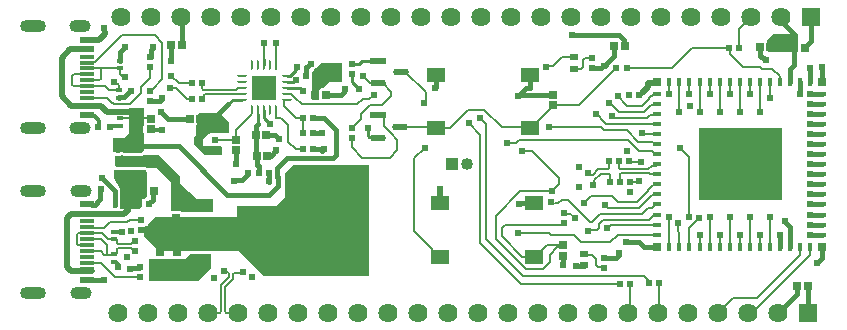
<source format=gtl>
G04*
G04 #@! TF.GenerationSoftware,Altium Limited,Altium Designer,24.5.2 (23)*
G04*
G04 Layer_Physical_Order=1*
G04 Layer_Color=255*
%FSLAX25Y25*%
%MOIN*%
G70*
G04*
G04 #@! TF.SameCoordinates,906D8F54-8257-410E-A491-0C3AE59FFD44*
G04*
G04*
G04 #@! TF.FilePolarity,Positive*
G04*
G01*
G75*
%ADD11C,0.00600*%
%ADD19R,0.02126X0.02362*%
%ADD20R,0.04528X0.02362*%
%ADD21R,0.04528X0.01181*%
%ADD22R,0.02362X0.02126*%
%ADD23R,0.06102X0.05118*%
G04:AMPARAMS|DCode=24|XSize=53.43mil|YSize=22.53mil|CornerRadius=11.26mil|HoleSize=0mil|Usage=FLASHONLY|Rotation=0.000|XOffset=0mil|YOffset=0mil|HoleType=Round|Shape=RoundedRectangle|*
%AMROUNDEDRECTD24*
21,1,0.05343,0.00000,0,0,0.0*
21,1,0.03091,0.02253,0,0,0.0*
1,1,0.02253,0.01545,0.00000*
1,1,0.02253,-0.01545,0.00000*
1,1,0.02253,-0.01545,0.00000*
1,1,0.02253,0.01545,0.00000*
%
%ADD24ROUNDEDRECTD24*%
%ADD25R,0.05343X0.02253*%
G04:AMPARAMS|DCode=26|XSize=25.2mil|YSize=28.35mil|CornerRadius=3.15mil|HoleSize=0mil|Usage=FLASHONLY|Rotation=90.000|XOffset=0mil|YOffset=0mil|HoleType=Round|Shape=RoundedRectangle|*
%AMROUNDEDRECTD26*
21,1,0.02520,0.02205,0,0,90.0*
21,1,0.01890,0.02835,0,0,90.0*
1,1,0.00630,0.01102,0.00945*
1,1,0.00630,0.01102,-0.00945*
1,1,0.00630,-0.01102,-0.00945*
1,1,0.00630,-0.01102,0.00945*
%
%ADD26ROUNDEDRECTD26*%
%ADD27R,0.02362X0.01378*%
%ADD28R,0.01378X0.02362*%
G04:AMPARAMS|DCode=29|XSize=25.2mil|YSize=28.35mil|CornerRadius=3.15mil|HoleSize=0mil|Usage=FLASHONLY|Rotation=180.000|XOffset=0mil|YOffset=0mil|HoleType=Round|Shape=RoundedRectangle|*
%AMROUNDEDRECTD29*
21,1,0.02520,0.02205,0,0,180.0*
21,1,0.01890,0.02835,0,0,180.0*
1,1,0.00630,-0.00945,0.01102*
1,1,0.00630,0.00945,0.01102*
1,1,0.00630,0.00945,-0.01102*
1,1,0.00630,-0.00945,-0.01102*
%
%ADD29ROUNDEDRECTD29*%
G04:AMPARAMS|DCode=30|XSize=9.55mil|YSize=33.06mil|CornerRadius=4.77mil|HoleSize=0mil|Usage=FLASHONLY|Rotation=270.000|XOffset=0mil|YOffset=0mil|HoleType=Round|Shape=RoundedRectangle|*
%AMROUNDEDRECTD30*
21,1,0.00955,0.02351,0,0,270.0*
21,1,0.00000,0.03306,0,0,270.0*
1,1,0.00955,-0.01176,0.00000*
1,1,0.00955,-0.01176,0.00000*
1,1,0.00955,0.01176,0.00000*
1,1,0.00955,0.01176,0.00000*
%
%ADD30ROUNDEDRECTD30*%
G04:AMPARAMS|DCode=31|XSize=33.06mil|YSize=9.55mil|CornerRadius=4.77mil|HoleSize=0mil|Usage=FLASHONLY|Rotation=270.000|XOffset=0mil|YOffset=0mil|HoleType=Round|Shape=RoundedRectangle|*
%AMROUNDEDRECTD31*
21,1,0.03306,0.00000,0,0,270.0*
21,1,0.02351,0.00955,0,0,270.0*
1,1,0.00955,0.00000,-0.01176*
1,1,0.00955,0.00000,0.01176*
1,1,0.00955,0.00000,0.01176*
1,1,0.00955,0.00000,-0.01176*
%
%ADD31ROUNDEDRECTD31*%
%ADD32R,0.00955X0.03306*%
%ADD33R,0.02756X0.02362*%
G04:AMPARAMS|DCode=34|XSize=125.98mil|YSize=68.9mil|CornerRadius=2.07mil|HoleSize=0mil|Usage=FLASHONLY|Rotation=90.000|XOffset=0mil|YOffset=0mil|HoleType=Round|Shape=RoundedRectangle|*
%AMROUNDEDRECTD34*
21,1,0.12598,0.06476,0,0,90.0*
21,1,0.12185,0.06890,0,0,90.0*
1,1,0.00413,0.03238,0.06093*
1,1,0.00413,0.03238,-0.06093*
1,1,0.00413,-0.03238,-0.06093*
1,1,0.00413,-0.03238,0.06093*
%
%ADD34ROUNDEDRECTD34*%
G04:AMPARAMS|DCode=35|XSize=35.43mil|YSize=68.9mil|CornerRadius=1.95mil|HoleSize=0mil|Usage=FLASHONLY|Rotation=90.000|XOffset=0mil|YOffset=0mil|HoleType=Round|Shape=RoundedRectangle|*
%AMROUNDEDRECTD35*
21,1,0.03543,0.06500,0,0,90.0*
21,1,0.03154,0.06890,0,0,90.0*
1,1,0.00390,0.03250,0.01577*
1,1,0.00390,0.03250,-0.01577*
1,1,0.00390,-0.03250,-0.01577*
1,1,0.00390,-0.03250,0.01577*
%
%ADD35ROUNDEDRECTD35*%
%ADD36R,0.03150X0.03150*%
%ADD37R,0.01575X0.03150*%
%ADD38R,0.03150X0.01575*%
%ADD39R,0.04724X0.04724*%
%ADD46R,0.08071X0.08071*%
G04:AMPARAMS|DCode=54|XSize=39.37mil|YSize=86.61mil|CornerRadius=19.68mil|HoleSize=0mil|Usage=FLASHONLY|Rotation=270.000|XOffset=0mil|YOffset=0mil|HoleType=Round|Shape=RoundedRectangle|*
%AMROUNDEDRECTD54*
21,1,0.03937,0.04724,0,0,270.0*
21,1,0.00000,0.08661,0,0,270.0*
1,1,0.03937,-0.02362,0.00000*
1,1,0.03937,-0.02362,0.00000*
1,1,0.03937,0.02362,0.00000*
1,1,0.03937,0.02362,0.00000*
%
%ADD54ROUNDEDRECTD54*%
G04:AMPARAMS|DCode=55|XSize=39.37mil|YSize=70.87mil|CornerRadius=19.68mil|HoleSize=0mil|Usage=FLASHONLY|Rotation=270.000|XOffset=0mil|YOffset=0mil|HoleType=Round|Shape=RoundedRectangle|*
%AMROUNDEDRECTD55*
21,1,0.03937,0.03150,0,0,270.0*
21,1,0.00000,0.07087,0,0,270.0*
1,1,0.03937,-0.01575,0.00000*
1,1,0.03937,-0.01575,0.00000*
1,1,0.03937,0.01575,0.00000*
1,1,0.03937,0.01575,0.00000*
%
%ADD55ROUNDEDRECTD55*%
%ADD61R,0.01575X0.01575*%
%ADD62C,0.00603*%
%ADD63C,0.02000*%
%ADD64C,0.01500*%
%ADD65C,0.01001*%
%ADD66C,0.00623*%
%ADD67C,0.01200*%
%ADD68R,0.06400X0.06400*%
%ADD69C,0.06400*%
%ADD70R,0.04000X0.04000*%
%ADD71C,0.04000*%
%ADD72R,0.04000X0.04000*%
%ADD73C,0.02400*%
G36*
X260500Y95170D02*
X260447Y94902D01*
Y92698D01*
X259486Y92400D01*
X250958D01*
X250053Y92898D01*
Y95102D01*
X250000Y95370D01*
Y96300D01*
X252100Y98400D01*
X260500D01*
Y95170D01*
D02*
G37*
G36*
X108300Y82600D02*
X104200D01*
X102040Y80440D01*
X101542Y80341D01*
X101107Y80050D01*
X100817Y79615D01*
X100714Y79102D01*
Y76898D01*
X100378Y76488D01*
X98300D01*
Y82319D01*
X98370D01*
Y85870D01*
X99056Y86556D01*
X99246Y86635D01*
X99865Y87254D01*
X99944Y87444D01*
X101300Y88800D01*
X108300D01*
Y82600D01*
D02*
G37*
G36*
X42300Y67829D02*
X42257Y67613D01*
Y65723D01*
X42300Y65506D01*
Y59482D01*
X41917Y59001D01*
X41822Y58962D01*
X41720Y58942D01*
X41639Y58888D01*
X41620Y58880D01*
X41589Y58874D01*
X41587Y58873D01*
X41584Y58873D01*
X41491Y58855D01*
X38168Y58891D01*
X35805Y58916D01*
X35778Y58922D01*
X35705Y58922D01*
X35635Y58941D01*
X35607Y58943D01*
X35395Y59000D01*
X34605D01*
X34447Y58958D01*
X34409Y58955D01*
X34349Y58939D01*
X34287Y58940D01*
X34249Y58933D01*
X32100Y58956D01*
Y63800D01*
X35900D01*
X37400Y65300D01*
Y73700D01*
X42300D01*
Y67829D01*
D02*
G37*
G36*
X70800Y68900D02*
Y65500D01*
X64300D01*
X64056Y65256D01*
X63819D01*
Y65019D01*
X62200Y63400D01*
Y61100D01*
X67900D01*
X68300Y60700D01*
Y58100D01*
X62900D01*
X59100Y61900D01*
Y64100D01*
X59800Y64800D01*
X59889Y66511D01*
X59861Y68250D01*
X59951Y68385D01*
X60053Y68898D01*
Y71102D01*
X60799Y71992D01*
X60817Y72000D01*
X67700D01*
X70800Y68900D01*
D02*
G37*
G36*
X54500Y50900D02*
Y48500D01*
X60000Y43300D01*
X65300D01*
Y39000D01*
X55158D01*
X55050Y39161D01*
X54615Y39451D01*
X54102Y39553D01*
X51898D01*
X51500Y39880D01*
Y48900D01*
X46696Y53704D01*
X43650Y53768D01*
X43390Y53942D01*
X43000Y54020D01*
X33316D01*
X32618Y54735D01*
X32696Y57930D01*
X34339Y57912D01*
X34475Y57938D01*
X34614Y57947D01*
X34739Y57980D01*
X35261D01*
X35440Y57932D01*
X35568Y57924D01*
X35693Y57898D01*
X41578Y57835D01*
X41581Y57835D01*
X41584Y57835D01*
X41778Y57872D01*
X41969Y57908D01*
X41971Y57910D01*
X41974Y57910D01*
X42110Y58000D01*
X47400D01*
X54500Y50900D01*
D02*
G37*
G36*
X255219Y43319D02*
X255000Y43100D01*
X227500D01*
Y67100D01*
X227516Y67116D01*
X255219D01*
Y43319D01*
D02*
G37*
G36*
X42992Y52982D02*
X43071Y52929D01*
X43500Y52500D01*
Y47370D01*
X43447Y47102D01*
Y44898D01*
X43493Y44663D01*
Y44393D01*
X42400Y43300D01*
X41900D01*
Y41100D01*
X40800Y40000D01*
X34500D01*
Y41476D01*
X34505Y41500D01*
Y46079D01*
X34505Y46079D01*
X34500Y46104D01*
Y46663D01*
X32400Y50310D01*
Y53000D01*
X42900D01*
X42992Y52982D01*
D02*
G37*
G36*
X117600Y22300D02*
Y17800D01*
X117500Y17700D01*
X82600D01*
X74200Y26100D01*
X64899D01*
X64800Y26120D01*
X57700D01*
X57601Y26100D01*
X47300D01*
X42600Y30800D01*
Y34118D01*
X42932Y34430D01*
X43781D01*
Y35228D01*
X46200Y37500D01*
X73500D01*
X73600Y37400D01*
Y41100D01*
X86600D01*
X89400Y43900D01*
Y52200D01*
X92100Y54900D01*
X117600D01*
Y22300D01*
D02*
G37*
G36*
X64800Y23500D02*
Y20600D01*
X60300Y16100D01*
X44000D01*
Y23500D01*
X46256D01*
X46285Y23481D01*
X46798Y23379D01*
X49002D01*
X49515Y23481D01*
X49544Y23500D01*
X52130D01*
X52398Y23447D01*
X54602D01*
X54870Y23500D01*
X56100D01*
X57700Y25100D01*
X64800D01*
Y23500D01*
D02*
G37*
D11*
X32441Y75170D02*
X37771D01*
X41409Y78809D01*
X31729Y75600D02*
X32012D01*
X30500Y76829D02*
X31729Y75600D01*
X32012D02*
X32441Y75170D01*
X41409Y78809D02*
Y80768D01*
X220500Y32636D02*
Y35500D01*
X220925Y31457D02*
Y32210D01*
X220500Y32636D02*
X220925Y32210D01*
X209100Y31603D02*
X209128Y31575D01*
X208600Y31600D02*
X208603Y31603D01*
X200511Y31600D02*
X208600D01*
X209128Y31575D02*
X213445D01*
X208603Y31603D02*
X209100D01*
X197911Y29000D02*
X200511Y31600D01*
X196800Y33700D02*
X196830D01*
X198052Y34921D02*
X213445D01*
X196830Y33700D02*
X198052Y34921D01*
X211950Y37700D02*
X212090D01*
X210844Y36594D02*
X211950Y37700D01*
X195594Y36594D02*
X210844D01*
X194100Y35100D02*
X195594Y36594D01*
X200300Y77700D02*
X203600Y74400D01*
X208300D01*
X195765Y66386D02*
X203314D01*
X207100Y62600D01*
X177600Y67400D02*
X194750D01*
X195765Y66386D01*
X189200Y42100D02*
X191500Y44400D01*
X198600D02*
X200500Y42500D01*
X191500Y44400D02*
X198600D01*
X150501Y73101D02*
X155849D01*
X139650Y67142D02*
X144542D01*
X150501Y73101D01*
X161635Y67315D02*
X170777D01*
X155849Y73101D02*
X161635Y67315D01*
X170777D02*
X170950Y67142D01*
X171442D01*
X139192Y67600D02*
X139650Y67142D01*
X163600Y62100D02*
X166294D01*
X167277Y63083D01*
X203789D01*
X207466Y59406D01*
X24984Y22110D02*
X28090D01*
X82500Y90000D02*
Y95400D01*
X82600Y95500D01*
X30227Y77102D02*
X30500Y76829D01*
X23512Y77102D02*
X30227D01*
X65942Y67500D02*
X69000D01*
X63053Y64611D02*
X65942Y67500D01*
X61232Y64611D02*
X63053D01*
X196000Y41500D02*
X197100Y40400D01*
X207400D01*
X200500Y42500D02*
X206672D01*
X188205Y29000D02*
X197911D01*
X185705Y31500D02*
X188205Y29000D01*
X191086Y35914D02*
X191914D01*
X181718Y43200D02*
X183800D01*
X194400Y38400D02*
X208400D01*
X183800Y43200D02*
X191086Y35914D01*
X191914D02*
X194400Y38400D01*
X251000Y77000D02*
X251043Y77043D01*
Y82559D01*
X184500Y38500D02*
X185000Y38000D01*
X182693Y38500D02*
X184500D01*
X182500Y38693D02*
X182693Y38500D01*
X221500Y60000D02*
X224000Y57500D01*
Y37500D02*
Y57500D01*
X224272Y27441D02*
Y33772D01*
X227500Y37000D01*
X180518Y42000D02*
X181718Y43200D01*
X179358Y42000D02*
X180518D01*
X180246Y27295D02*
X181395D01*
X182100Y28000D01*
X177873Y24922D02*
X180246Y27295D01*
X177873Y22373D02*
Y24922D01*
X175500Y20000D02*
X177873Y22373D01*
X159614Y30157D02*
X169772Y20000D01*
X159614Y30157D02*
Y37933D01*
X167699Y46017D01*
X178383D01*
X169772Y20000D02*
X175500D01*
X178383Y46017D02*
X178400Y46000D01*
X177500Y32000D02*
X178000Y31500D01*
X185705D01*
X165434Y34807D02*
X182500D01*
X165341Y34900D02*
X165434Y34807D01*
X162686Y34900D02*
X165341D01*
X60000Y63000D02*
X61000Y64000D01*
X60811Y64189D02*
X61232Y64611D01*
X60000Y63379D02*
X60811Y64189D01*
X87937Y70563D02*
X88500Y70000D01*
X86437Y70563D02*
X87937D01*
X90500Y66500D02*
Y68000D01*
X88500Y70000D02*
X90500Y68000D01*
X34461Y70419D02*
X39000D01*
X40500D02*
X44414D01*
X44500Y83858D02*
Y87407D01*
X41409Y80768D02*
X44500Y83858D01*
X45281Y80274D02*
X48500Y83493D01*
X44600Y79593D02*
X44718D01*
X45281Y80156D01*
Y80274D01*
X48500Y83493D02*
Y95500D01*
X46040Y97960D02*
X48500Y95500D01*
X35000Y97960D02*
X46040D01*
X23512Y88913D02*
X23602Y89004D01*
X26044D01*
X35000Y97960D01*
X240893Y93800D02*
Y99993D01*
X244900Y104000D01*
X248578Y86850D02*
X251904D01*
X237820Y91780D02*
X242000Y87600D01*
X251904Y86850D02*
X254427Y84327D01*
X242000Y87600D02*
X247828D01*
X248578Y86850D01*
X237820Y91780D02*
Y93487D01*
X237507Y93800D02*
X237820Y93487D01*
X254427Y82596D02*
Y84327D01*
X254390Y82559D02*
X254427Y82596D01*
X225200Y93800D02*
X237507D01*
X218500Y87100D02*
X225200Y93800D01*
X203293Y87100D02*
X218500D01*
X178700Y74668D02*
X187593D01*
X199907Y86982D01*
Y87100D01*
X177783Y73483D02*
Y73908D01*
X171442Y67142D02*
X177783Y73483D01*
Y73908D02*
X178542Y74668D01*
X178700D01*
X29254Y33921D02*
X31100Y35768D01*
X37628Y36493D02*
X41700D01*
X36903Y35768D02*
X37628Y36493D01*
X31100Y35768D02*
X36903D01*
X28090Y22110D02*
X30000Y20200D01*
X32700Y17500D01*
X41000D01*
X194100Y33745D02*
Y35100D01*
X208400Y38400D02*
X210555Y40555D01*
X207400Y40400D02*
X211673Y44673D01*
X206672Y42500D02*
X210370Y46198D01*
X193514Y33159D02*
X194100Y33745D01*
X190859Y33159D02*
X193514D01*
X190600Y32900D02*
X190859Y33159D01*
X210370Y46369D02*
X212020Y48020D01*
X213158D02*
X213445Y48307D01*
X212020Y48020D02*
X213158D01*
X210370Y46198D02*
Y46369D01*
X207466Y59406D02*
X211784D01*
X212370Y58820D01*
X211784Y62600D02*
X212370Y62014D01*
Y61980D02*
X212657Y61693D01*
X213445D01*
X212370Y61980D02*
Y62014D01*
X207100Y62600D02*
X211784D01*
X208300Y65039D02*
X213445D01*
X180700Y48300D02*
Y50300D01*
X178400Y46000D02*
X180700Y48300D01*
X171679Y59321D02*
X180700Y50300D01*
X193200Y71700D02*
X193300D01*
X195789Y69211D01*
X200300Y77700D02*
Y77800D01*
X212370Y58634D02*
Y58820D01*
X213158Y44673D02*
X213445Y44961D01*
X211673Y44673D02*
X213158D01*
X197618Y75600D02*
X200818Y72400D01*
X197600Y75600D02*
X197618D01*
X200818Y72400D02*
X209200D01*
X212370Y58634D02*
X212657Y58346D01*
X213445D01*
X168679Y59321D02*
X171679D01*
X168600Y59400D02*
X168679Y59321D01*
X210555Y40555D02*
X211784D01*
X212370Y41141D01*
X212657Y41614D02*
X213445D01*
X212370Y41327D02*
X212657Y41614D01*
X212370Y41141D02*
Y41327D01*
X24984Y33921D02*
X29254D01*
X150700Y68700D02*
X154500Y64900D01*
Y64572D02*
Y64900D01*
X154400Y70400D02*
X156500Y68300D01*
Y65400D02*
Y68300D01*
X161614Y33828D02*
X162686Y34900D01*
X161614Y30986D02*
Y33828D01*
X167200Y32000D02*
X177500D01*
X172450Y24242D02*
X172942D01*
X168358D02*
X172450D01*
X136000Y75300D02*
X136300Y75600D01*
X161614Y30986D02*
X168358Y24242D01*
X176700Y28000D02*
X182100D01*
X172942Y24242D02*
X176700Y28000D01*
X132600Y57000D02*
X136100Y60500D01*
X132600Y32792D02*
Y57000D01*
Y32792D02*
X138599Y26793D01*
X140658Y24242D02*
X141150D01*
X138599Y26301D02*
X140658Y24242D01*
X138599Y26301D02*
Y26793D01*
X127985Y85740D02*
X129530D01*
X136300Y78970D01*
Y75600D02*
Y78970D01*
X127800Y67600D02*
X139192D01*
X111700Y67100D02*
X111818D01*
X114701Y69983D01*
Y71646D01*
X117728Y74673D01*
X121773D01*
X124800Y77700D01*
X115283Y76700D02*
X117600D01*
X113541Y74959D02*
X115283Y76700D01*
X117600D02*
X119100Y78200D01*
X122045Y82000D02*
X124800Y79245D01*
X120500Y82000D02*
X122045D01*
X124800Y77700D02*
Y79245D01*
X111700Y60700D02*
Y63714D01*
X115200Y57200D02*
X124400D01*
X111700Y60700D02*
X115200Y57200D01*
X120315Y71340D02*
X121861D01*
X122487Y67654D02*
Y70714D01*
Y67654D02*
X124700Y65441D01*
Y65400D02*
Y65441D01*
X126900Y59700D02*
Y63200D01*
X124400Y57200D02*
X126900Y59700D01*
X124700Y65400D02*
X126900Y63200D01*
X121861Y71340D02*
X122487Y70714D01*
X77263Y70563D02*
X78512Y71812D01*
X73000Y66300D02*
X77263Y70563D01*
X73000Y65500D02*
Y66300D01*
X211249Y77366D02*
X211266D01*
X213158Y78138D02*
X213445Y78425D01*
X212038Y78138D02*
X213158D01*
X208300Y74400D02*
X210370Y76470D01*
Y76487D02*
X211249Y77366D01*
X210370Y76470D02*
Y76487D01*
X211266Y77366D02*
X212038Y78138D01*
X213158Y74791D02*
X213445Y75079D01*
X209200Y72400D02*
X211591Y74791D01*
X213158D01*
X211247Y71447D02*
X213159D01*
X210186Y70386D02*
X211247Y71447D01*
X199393Y70386D02*
X210186D01*
X213159Y71447D02*
X213445Y71732D01*
X198679Y71100D02*
X199393Y70386D01*
X198300Y71100D02*
X198679D01*
X198114Y68386D02*
X198900D01*
X213445D01*
X196593D02*
X198114D01*
X195779Y69200D02*
X196593Y68386D01*
X178768Y87768D02*
X179000Y88000D01*
X176500Y87500D02*
X176768Y87768D01*
X178768D01*
X95041Y74959D02*
X113541D01*
X92794Y77206D02*
X95041Y74959D01*
X91479Y78531D02*
X92794Y77216D01*
Y77206D02*
Y77216D01*
X90041Y78531D02*
X91479D01*
X117761Y82240D02*
X120261D01*
X115500Y84500D02*
X117761Y82240D01*
X120261D02*
X120500Y82000D01*
X89000Y74535D02*
X92972Y70563D01*
X89062Y76563D02*
X90041D01*
X89039Y75561D02*
Y76540D01*
X89000Y74535D02*
Y75522D01*
X89039Y75561D01*
Y76540D02*
X89062Y76563D01*
X54966Y94866D02*
X55032Y94800D01*
X54900Y104000D02*
X54966Y103934D01*
X60000Y63000D02*
Y63379D01*
X61232Y64611D02*
Y70000D01*
X60000Y63000D02*
X63193Y59807D01*
X66000D01*
X73000Y63232D02*
Y65500D01*
X66020Y63213D02*
X72980D01*
X73000Y63232D01*
X66000Y63193D02*
X66020Y63213D01*
X93000Y60000D02*
X95307D01*
X90500Y62500D02*
Y66500D01*
Y62500D02*
X93000Y60000D01*
X79918Y58050D02*
X80068Y57900D01*
Y54932D02*
X80614Y54386D01*
X79768Y64800D02*
X79918Y64650D01*
X86437Y70563D02*
Y72959D01*
X92972Y70563D02*
X93035Y70500D01*
X95307D01*
Y65500D02*
Y70500D01*
X195367Y20833D02*
X195700Y20500D01*
X193019Y21481D02*
Y23481D01*
X193667Y20833D02*
X195367D01*
X193019Y21481D02*
X193667Y20833D01*
X191770Y24730D02*
X193019Y23481D01*
X189730Y24730D02*
X191770D01*
X189260Y25200D02*
X189730Y24730D01*
X209119Y17881D02*
X210500Y16500D01*
X168619Y17881D02*
X209119D01*
X156500Y30000D02*
X168619Y17881D01*
X156500Y30000D02*
Y65400D01*
X154500Y28828D02*
X168128Y15200D01*
X154500Y28828D02*
Y64572D01*
X203700Y5600D02*
X204493Y6393D01*
Y15200D01*
X214193Y6093D02*
Y15300D01*
X213700Y5600D02*
X214193Y6093D01*
X168128Y15200D02*
X201107D01*
X86437Y88041D02*
Y94437D01*
X86500Y94500D01*
X185700Y86900D02*
X187995D01*
X188653Y87558D01*
Y89639D01*
X189607Y90593D01*
X191900D01*
X179000Y88000D02*
X181640Y90640D01*
X185700D01*
X213405Y34961D02*
X213445Y34921D01*
X212090Y37700D02*
X212370Y37980D01*
X213158D01*
X213445Y38268D01*
X233700Y5600D02*
X238700Y10600D01*
X246765D02*
X261083Y24917D01*
X238700Y10600D02*
X246765D01*
X261083Y24917D02*
Y27441D01*
X245161Y5600D02*
X264429Y24868D01*
Y27441D01*
X243700Y5600D02*
X245161D01*
X247697Y72504D02*
Y82559D01*
X217579Y78543D02*
Y82559D01*
Y27441D02*
Y37496D01*
X247697Y27441D02*
Y31457D01*
X251043Y27441D02*
Y37496D01*
X241004Y27441D02*
Y31457D01*
X244350Y27441D02*
Y37496D01*
X234311Y27441D02*
Y31457D01*
X237657Y27441D02*
Y37496D01*
X227618Y27441D02*
Y31457D01*
X230965Y27441D02*
Y37496D01*
X220925Y27441D02*
Y31457D01*
X224272Y78543D02*
Y82559D01*
X220925Y72504D02*
Y82559D01*
X230965Y78543D02*
Y82559D01*
X227618Y72504D02*
Y82559D01*
X237657Y78543D02*
Y82559D01*
X234311Y72504D02*
Y82559D01*
X241000Y72500D02*
X241004Y72504D01*
Y82559D01*
X244307Y78500D02*
X244350Y78543D01*
Y82559D01*
D19*
X84000Y52000D02*
D03*
X80614D02*
D03*
X77228D02*
D03*
X80614D02*
D03*
X61800Y76700D02*
D03*
X58414D02*
D03*
X237507Y93800D02*
D03*
X240893D02*
D03*
X99693Y84500D02*
D03*
X96307D02*
D03*
X58414Y82100D02*
D03*
X61800D02*
D03*
X98693Y60000D02*
D03*
X95307D02*
D03*
X98693Y70500D02*
D03*
X95307D02*
D03*
Y65500D02*
D03*
X98693D02*
D03*
X201107Y15200D02*
D03*
X204493D02*
D03*
X210807Y15300D02*
D03*
X214193D02*
D03*
X199907Y87100D02*
D03*
X203293D02*
D03*
X200614Y56000D02*
D03*
X204000D02*
D03*
X201214Y49100D02*
D03*
X204600D02*
D03*
X200686Y56000D02*
D03*
X197300D02*
D03*
X201186Y49100D02*
D03*
X197800D02*
D03*
D20*
X23584Y16502D02*
D03*
Y41698D02*
D03*
Y38549D02*
D03*
Y19651D02*
D03*
X23512Y71394D02*
D03*
Y96591D02*
D03*
Y93441D02*
D03*
Y74543D02*
D03*
D21*
X23584Y22210D02*
D03*
Y24179D02*
D03*
Y26147D02*
D03*
Y28116D02*
D03*
Y30084D02*
D03*
Y32053D02*
D03*
Y34021D02*
D03*
Y35990D02*
D03*
X23512Y77102D02*
D03*
Y79071D02*
D03*
Y81039D02*
D03*
Y83008D02*
D03*
Y84976D02*
D03*
Y86945D02*
D03*
Y88913D02*
D03*
Y90882D02*
D03*
D22*
X41600Y33107D02*
D03*
Y36493D02*
D03*
X182500Y35307D02*
D03*
Y38693D02*
D03*
X66000Y63193D02*
D03*
Y59807D02*
D03*
X44500Y87407D02*
D03*
Y90793D02*
D03*
X44600Y79593D02*
D03*
Y76207D02*
D03*
X191900Y87207D02*
D03*
Y90593D02*
D03*
X195700Y23886D02*
D03*
Y20500D02*
D03*
X41000Y17500D02*
D03*
Y20886D02*
D03*
X111800Y85207D02*
D03*
Y88593D02*
D03*
X111700Y67100D02*
D03*
Y63714D02*
D03*
D23*
X170950Y67142D02*
D03*
X139650D02*
D03*
X170950Y84858D02*
D03*
X139650D02*
D03*
X141150Y41958D02*
D03*
X172450D02*
D03*
Y24242D02*
D03*
X141150D02*
D03*
D24*
X127985Y85740D02*
D03*
X120500Y82000D02*
D03*
X120315Y63860D02*
D03*
X127800Y67600D02*
D03*
D25*
X120500Y89480D02*
D03*
X120315Y71340D02*
D03*
D26*
X44700Y66668D02*
D03*
Y70132D02*
D03*
X73000Y63232D02*
D03*
Y59768D02*
D03*
X53500Y22268D02*
D03*
Y25732D02*
D03*
X47900Y25665D02*
D03*
Y22200D02*
D03*
X53000Y40732D02*
D03*
Y37268D02*
D03*
X182100Y24535D02*
D03*
Y28000D02*
D03*
X178700Y74668D02*
D03*
Y78132D02*
D03*
D27*
X34400Y87020D02*
D03*
Y89579D02*
D03*
X34100Y77220D02*
D03*
Y79779D02*
D03*
X34400Y67921D02*
D03*
Y70480D02*
D03*
X32500Y32559D02*
D03*
Y30000D02*
D03*
Y25000D02*
D03*
Y22441D02*
D03*
D28*
X35280Y41500D02*
D03*
X32721D02*
D03*
D29*
X83232Y64800D02*
D03*
X79768D02*
D03*
X80068Y57900D02*
D03*
X83532D02*
D03*
X57768Y70000D02*
D03*
X61232D02*
D03*
X103000Y78000D02*
D03*
X99535D02*
D03*
X45732Y46000D02*
D03*
X42268D02*
D03*
X259268Y93800D02*
D03*
X262732D02*
D03*
X260168Y14300D02*
D03*
X263632D02*
D03*
X55032Y94800D02*
D03*
X51568D02*
D03*
X202732Y94500D02*
D03*
X199268D02*
D03*
X251232Y94000D02*
D03*
X247768D02*
D03*
D30*
X90041Y84437D02*
D03*
Y82468D02*
D03*
Y80500D02*
D03*
Y78531D02*
D03*
Y76563D02*
D03*
X74959D02*
D03*
Y78531D02*
D03*
Y80500D02*
D03*
Y82468D02*
D03*
Y84437D02*
D03*
D31*
X86437Y72959D02*
D03*
X84469D02*
D03*
X82500D02*
D03*
X80532D02*
D03*
X78563D02*
D03*
Y88041D02*
D03*
X80532D02*
D03*
X82500D02*
D03*
X84469D02*
D03*
D32*
X86437D02*
D03*
D33*
X185700Y86900D02*
D03*
Y90640D02*
D03*
X189200Y25140D02*
D03*
Y21400D02*
D03*
D34*
X85803Y32000D02*
D03*
D35*
X61197Y22945D02*
D03*
Y32000D02*
D03*
Y41055D02*
D03*
D36*
X268563Y82559D02*
D03*
X213445D02*
D03*
X268563Y27441D02*
D03*
X213445D02*
D03*
D37*
X264429Y82559D02*
D03*
X261083D02*
D03*
X257736D02*
D03*
X254390D02*
D03*
X251043D02*
D03*
X247697D02*
D03*
X244350D02*
D03*
X241004D02*
D03*
X237657D02*
D03*
X234311D02*
D03*
X230965D02*
D03*
X227618D02*
D03*
X224272D02*
D03*
X220925D02*
D03*
X217579D02*
D03*
Y27441D02*
D03*
X220925D02*
D03*
X224272D02*
D03*
X227618D02*
D03*
X230965D02*
D03*
X234311D02*
D03*
X237657D02*
D03*
X241004D02*
D03*
X244350D02*
D03*
X247697D02*
D03*
X251043D02*
D03*
X254390D02*
D03*
X257736D02*
D03*
X261083D02*
D03*
X264429D02*
D03*
D38*
X213445Y78425D02*
D03*
Y75079D02*
D03*
Y71732D02*
D03*
Y68386D02*
D03*
Y65039D02*
D03*
Y61693D02*
D03*
Y58346D02*
D03*
Y55000D02*
D03*
Y51653D02*
D03*
Y48307D02*
D03*
Y44961D02*
D03*
Y41614D02*
D03*
Y38268D02*
D03*
Y34921D02*
D03*
Y31575D02*
D03*
X268563D02*
D03*
Y34921D02*
D03*
Y38268D02*
D03*
Y41614D02*
D03*
Y44961D02*
D03*
Y48307D02*
D03*
Y51653D02*
D03*
Y55000D02*
D03*
Y58346D02*
D03*
Y61693D02*
D03*
Y65039D02*
D03*
Y68386D02*
D03*
Y71732D02*
D03*
Y75079D02*
D03*
Y78425D02*
D03*
D39*
X241004Y55000D02*
D03*
X247500D02*
D03*
Y48504D02*
D03*
X241004D02*
D03*
X234508D02*
D03*
Y55000D02*
D03*
Y61496D02*
D03*
X241004D02*
D03*
D46*
X82500Y80500D02*
D03*
D54*
X5572Y46108D02*
D03*
Y12092D02*
D03*
X5500Y101000D02*
D03*
Y66984D02*
D03*
D55*
X21320Y46108D02*
D03*
Y12092D02*
D03*
X21248Y101000D02*
D03*
Y66984D02*
D03*
D61*
X247500Y61496D02*
D03*
D62*
X72500Y78531D02*
X74959D01*
X62462Y78178D02*
X62816Y78531D01*
X72500Y79935D02*
X73167D01*
X62053D02*
X72500D01*
X62816Y78531D02*
X72500D01*
X73732Y80500D02*
X74959D01*
X73167Y79935D02*
X73732Y80500D01*
X61700Y80288D02*
X62053Y79935D01*
X61700Y82000D02*
X61800Y82100D01*
X62462Y77362D02*
Y78178D01*
X61800Y76700D02*
X62462Y77362D01*
X61700Y80288D02*
Y82000D01*
X20100Y28353D02*
Y31600D01*
X20453Y28000D02*
X24969D01*
X20453Y31953D02*
X24984D01*
X20100Y28353D02*
X20453Y28000D01*
X20100Y31600D02*
X20453Y31953D01*
X24984Y26047D02*
X28053D01*
X24984Y29984D02*
X28216D01*
X24984Y31953D02*
X28501D01*
X24969Y28000D02*
X24984Y28016D01*
X33380Y26695D02*
X33733Y27049D01*
X38148D01*
X33733Y28451D02*
X38048D01*
X33380Y28805D02*
Y29612D01*
Y28805D02*
X33733Y28451D01*
X33380Y25387D02*
Y26695D01*
X30200Y24900D02*
X32400D01*
X29200D02*
X30200D01*
X28216Y29984D02*
X30200Y28000D01*
Y24900D02*
Y28000D01*
X28501Y31953D02*
X30414Y30039D01*
X32461D02*
X32500Y30000D01*
X30414Y30039D02*
X32461D01*
X32400Y24900D02*
X32500Y25000D01*
X28053Y26047D02*
X29200Y24900D01*
X38048Y28451D02*
X39097Y29500D01*
X39300D01*
X39197Y26000D02*
X39400D01*
X38148Y27049D02*
X39197Y26000D01*
X204300Y56300D02*
X204700Y55900D01*
X208000D01*
X206314Y49000D02*
X206914Y49600D01*
X204700Y49000D02*
X206314D01*
X206914Y49600D02*
X207400D01*
X204600Y49100D02*
X204700Y49000D01*
X210600Y53400D02*
X211714Y54514D01*
X200886Y53753D02*
Y56300D01*
X211071Y51653D02*
X213445D01*
X210727Y51997D02*
X211071Y51653D01*
X201186Y51644D02*
X201539Y51997D01*
X200886Y53753D02*
X201239Y53400D01*
X210600D01*
X201186Y49100D02*
Y51644D01*
X201539Y51997D02*
X210727D01*
X212959Y54514D02*
X213445Y55000D01*
X211714Y54514D02*
X212959D01*
X32992Y25000D02*
X33380Y25387D01*
X32500Y25000D02*
X32992D01*
X32500Y30000D02*
X32992D01*
X33380Y29612D01*
X197500Y53693D02*
Y56300D01*
X193884Y53339D02*
X197147D01*
X197500Y53693D01*
X197800Y49100D02*
Y51583D01*
X194736Y51936D02*
X197447D01*
X197800Y51583D01*
X192544Y48544D02*
Y49744D01*
X194736Y51936D01*
X192200Y48200D02*
X192544Y48544D01*
X190300Y52100D02*
X190786D01*
X192051Y51506D02*
X193884Y53339D01*
X191380Y51506D02*
X192051D01*
X190786Y52100D02*
X191380Y51506D01*
X72562Y18873D02*
X75273D01*
X72209Y18520D02*
X72562Y18873D01*
X69344Y18956D02*
X70452D01*
X70806Y17506D02*
Y18603D01*
X70452Y18956D02*
X70806Y18603D01*
X69000Y19300D02*
X69344Y18956D01*
X69402Y14117D02*
X72209Y16925D01*
X67998Y14698D02*
X70806Y17506D01*
X72209Y16925D02*
Y18520D01*
X69402Y5953D02*
Y14117D01*
X67998Y5953D02*
Y14698D01*
X75273Y18873D02*
X75600Y19200D01*
X67645Y5600D02*
X67998Y5953D01*
X63700Y5600D02*
X67645D01*
X69402Y5953D02*
X69755Y5600D01*
X73700D01*
D63*
X30500Y72400D02*
X38519D01*
X30130D02*
X30500D01*
X27987Y74543D02*
X30130Y72400D01*
X38519D02*
X40500Y70419D01*
X210484Y80784D02*
Y81984D01*
X208393Y78693D02*
X210484Y80784D01*
X17972Y38449D02*
X24984D01*
X16800Y20723D02*
Y37277D01*
X17972Y19551D02*
X24984D01*
X16800Y37277D02*
X17972Y38449D01*
X16800Y20723D02*
X17972Y19551D01*
X24984Y38449D02*
X31073D01*
X31203Y38319D01*
X35788D01*
X37236Y39767D01*
X18128Y74543D02*
X23512D01*
X27987D01*
X234508Y48504D02*
X237800Y51796D01*
Y51800D01*
X15000Y77672D02*
X18128Y74543D01*
X15000Y77672D02*
Y90500D01*
X17941Y93441D01*
X23512D01*
X27591Y96591D02*
X29500Y98500D01*
X23512Y96591D02*
X27591D01*
X23512Y93441D02*
X23559D01*
X29500Y98500D02*
Y99000D01*
X141150Y46450D02*
X141200Y46500D01*
X141150Y41958D02*
Y46450D01*
X191900Y87207D02*
X191963Y87270D01*
X241004Y61496D02*
Y65500D01*
X247500Y61496D02*
X251504D01*
X247500Y55000D02*
X251504D01*
X247500Y44500D02*
Y48504D01*
X241004Y44500D02*
Y48504D01*
X230504D02*
X234508D01*
X230504Y55000D02*
X234508D01*
X234004Y62000D02*
X234508Y61496D01*
X230000Y62000D02*
X234004D01*
X210484Y81984D02*
X212870D01*
X213445Y82559D01*
D64*
X32721Y41500D02*
Y46079D01*
X28500Y50300D02*
X32721Y46079D01*
X27928Y43459D02*
Y46628D01*
X27468Y43000D02*
X27928Y43459D01*
X26067Y41598D02*
X27468Y43000D01*
X27928Y46628D02*
X28100Y46800D01*
X167294Y78094D02*
X169650Y80450D01*
X167416Y77972D02*
X167562Y78118D01*
X178686D01*
X167294Y78094D02*
X167416Y77972D01*
X169650Y80450D02*
X170950D01*
X200735Y98000D02*
X202278Y96458D01*
X185200Y98000D02*
X200735D01*
X54000Y61000D02*
X70100Y44900D01*
X84193D02*
X86950Y47657D01*
X70100Y44900D02*
X84193D01*
X24984Y16402D02*
X25035Y16351D01*
X24984Y41598D02*
X26067D01*
X41818Y33107D02*
X45006D01*
X46113Y32000D01*
X46300D01*
X86950Y47657D02*
Y50622D01*
X86813Y53821D02*
X90192Y57200D01*
X86813Y50759D02*
Y53821D01*
Y50759D02*
X86950Y50622D01*
X84800Y57900D02*
X86600Y59700D01*
X93538Y57050D02*
X105471D01*
X106500Y58079D01*
X93388Y57200D02*
X93538Y57050D01*
X106500Y58079D02*
Y66500D01*
X90192Y57200D02*
X93388D01*
X101500Y60000D02*
X101900Y59600D01*
X86600Y59456D02*
Y59700D01*
X83532Y57900D02*
X84800D01*
X37236Y39767D02*
Y43724D01*
Y44464D02*
X38772Y46000D01*
X38919Y64919D02*
Y68837D01*
X35000Y61000D02*
X38919Y64919D01*
X44200Y42143D02*
X45278Y43221D01*
Y45545D01*
X44200Y41900D02*
Y42143D01*
X45278Y45545D02*
X45732Y46000D01*
X104500Y85500D02*
X105500Y86500D01*
X105600D01*
X203000Y29000D02*
X207500D01*
X259268Y88268D02*
Y93800D01*
X257736Y86736D02*
X259268Y88268D01*
X257736Y82559D02*
Y86736D01*
X256000Y35756D02*
Y36000D01*
Y35756D02*
X257736Y34020D01*
Y31457D02*
Y34020D01*
X254000Y94000D02*
X255328Y95328D01*
X251232Y94000D02*
X254000D01*
X195800Y87900D02*
X195988D01*
X96660Y87404D02*
X97756Y88500D01*
X96403Y87404D02*
X96660D01*
X97756Y88500D02*
X98000D01*
X48000Y72500D02*
X50500Y70000D01*
X54500D01*
X35000Y61000D02*
X54000D01*
X72500Y49500D02*
X72672Y49672D01*
X75019D01*
X77228Y51882D01*
Y52000D01*
X61035Y40894D02*
X61197Y41055D01*
X53000Y40732D02*
X53161Y40894D01*
X61035D01*
X47072Y56000D02*
X53000Y50072D01*
X35000Y56000D02*
X47072D01*
X53000Y40732D02*
Y50072D01*
X103500Y69500D02*
X106500Y66500D01*
X38919Y68837D02*
X40500Y70419D01*
X39000D02*
X40500D01*
X44414D02*
X44700Y70132D01*
X44931Y91106D02*
Y93188D01*
X44618Y90793D02*
X44931Y91106D01*
X45500Y93757D02*
Y94000D01*
X44931Y93188D02*
X45500Y93757D01*
X44500Y90793D02*
X44618D01*
X44600Y76207D02*
X47707D01*
X48500Y77000D01*
X35781Y77281D02*
X37500Y79000D01*
X34100Y77220D02*
X34161Y77281D01*
X35781D01*
X34400Y92400D02*
X35500Y93500D01*
X34400Y89579D02*
Y92400D01*
X191900Y87207D02*
X194864D01*
X38316Y20573D02*
X40687D01*
X41000Y20886D01*
X37944Y20200D02*
X38316Y20573D01*
X37700Y20200D02*
X37944D01*
X29149Y16351D02*
X29200Y16300D01*
X25035Y16351D02*
X29149D01*
X41947Y46321D02*
X42268Y46000D01*
X35478Y50522D02*
X39778D01*
X41947Y46321D02*
Y48353D01*
X39778Y50522D02*
X41947Y48353D01*
X38772Y46000D02*
X42268D01*
X35000Y51000D02*
X35478Y50522D01*
X47233Y21690D02*
X47743Y22200D01*
X47233Y18976D02*
Y21690D01*
X46800Y18543D02*
X47233Y18976D01*
X46800Y18300D02*
Y18543D01*
X47743Y22200D02*
X47900D01*
X53500Y22268D02*
X53658D01*
X53466Y22234D02*
X53500Y22268D01*
X47934Y22234D02*
X53466D01*
X47900Y22200D02*
X47934Y22234D01*
X53632Y22400D02*
X60652D01*
X61197Y22945D01*
X51300Y32100D02*
X53500Y29900D01*
Y25732D02*
Y29900D01*
X51350Y32050D02*
X55850D01*
X46300Y32000D02*
X46350Y32050D01*
X51250D01*
X51300Y32100D01*
X46300Y31756D02*
X47900Y30156D01*
X46300Y31756D02*
Y32000D01*
X47900Y25665D02*
Y30156D01*
X53000Y33800D02*
Y37268D01*
X51300Y32100D02*
X53000Y33800D01*
X51300Y32100D02*
X51350Y32050D01*
X55850D02*
X55900Y32000D01*
X61197D01*
X88498Y35600D02*
X91500D01*
X85803Y32000D02*
Y32905D01*
X88498Y35600D01*
X139500Y80500D02*
X139650Y80650D01*
X51568Y89500D02*
Y94800D01*
X202278Y94955D02*
X202732Y94500D01*
X202278Y94955D02*
Y96458D01*
X195988Y87900D02*
X197094Y89006D01*
X264465Y82595D02*
Y86965D01*
X264500Y87000D01*
X264429Y82559D02*
X264465Y82595D01*
X108000Y78000D02*
X109000Y79000D01*
X103000Y78000D02*
X108000D01*
X100006Y84813D02*
Y84931D01*
X103159Y86841D02*
X104500Y85500D01*
X99693Y84500D02*
X100006Y84813D01*
Y84931D02*
X101916Y86841D01*
X103159D01*
X54966Y94866D02*
Y103934D01*
X54500Y70000D02*
X57768D01*
X61232D02*
X65500D01*
X70500Y75000D01*
X79768Y64800D02*
Y67769D01*
X80500Y68501D01*
X98693Y60000D02*
X101500D01*
X98693Y65500D02*
X101757D01*
X87402Y63500D02*
X87500D01*
X83232Y64800D02*
X83639D01*
X83742Y64697D02*
X86206D01*
X83639Y64800D02*
X83742Y64697D01*
X86206D02*
X87402Y63500D01*
X73000Y55000D02*
Y59768D01*
X80614Y52000D02*
Y54386D01*
X80068Y54932D02*
Y57900D01*
X79918Y58050D02*
Y64650D01*
X84000Y49000D02*
Y52000D01*
X98693Y70500D02*
X102500D01*
X103500Y69500D01*
X96403Y84597D02*
Y87404D01*
X96307Y84500D02*
X96403Y84597D01*
X170950Y80450D02*
Y84858D01*
X139650Y80650D02*
Y84858D01*
X167800Y41958D02*
X172450D01*
X209059Y27441D02*
X213445D01*
X207500Y29000D02*
X209059Y27441D01*
X213374Y27371D02*
X213445Y27441D01*
X182100Y24535D02*
X182150Y24485D01*
Y21350D02*
X182200Y21300D01*
X182150Y21350D02*
Y24485D01*
X186400Y21200D02*
X189000D01*
X189200Y21400D01*
X200800Y24765D02*
Y25300D01*
X195700Y23886D02*
X199921D01*
X200800Y24765D01*
X260014Y11779D02*
Y14146D01*
X253834Y5600D02*
X260014Y11779D01*
Y14146D02*
X260168Y14300D01*
X263632Y5668D02*
X263700Y5600D01*
X263632Y5668D02*
Y14300D01*
X266800Y22100D02*
X268563Y23863D01*
Y27441D01*
X199268Y91180D02*
Y94500D01*
X197094Y89006D02*
X199268Y91180D01*
X202732Y94500D02*
X202964Y94268D01*
X259268Y93800D02*
Y98306D01*
X254900Y102674D02*
X259268Y98306D01*
X254900Y102674D02*
Y104000D01*
X262732Y93958D02*
X264900Y96125D01*
Y104000D01*
X262732Y93800D02*
Y93958D01*
X268563Y82559D02*
Y87321D01*
X248646Y90300D02*
X249100D01*
X247768Y91179D02*
X248646Y90300D01*
X247768Y91179D02*
Y94000D01*
X261083Y78543D02*
Y82559D01*
X264547Y78425D02*
X268563D01*
X264547Y75079D02*
X268563D01*
X264547Y71732D02*
X268563D01*
X264547Y68386D02*
X268563D01*
X264547Y65039D02*
X268563D01*
X264547Y61693D02*
X268563D01*
X264547Y58346D02*
X268563D01*
X264547Y55000D02*
X268563D01*
X264547Y51653D02*
X268563D01*
X264547Y48307D02*
X268563D01*
X264547Y44961D02*
X268563D01*
X264547Y41614D02*
X268563D01*
X264547Y38268D02*
X268563D01*
X264547Y34921D02*
X268563D01*
X264547Y31575D02*
X268563D01*
X257736Y27441D02*
Y31457D01*
X254390Y27441D02*
Y31457D01*
D65*
X82500Y88041D02*
Y90000D01*
X82523Y70477D02*
X84500Y68500D01*
X82523Y70477D02*
Y71477D01*
X111800Y82300D02*
X114000Y80100D01*
X111800Y82300D02*
Y85207D01*
Y88593D02*
X114093D01*
X115100Y89600D02*
X120380D01*
X120500Y89480D01*
X114093Y88593D02*
X115100Y89600D01*
X80500Y71751D02*
X80508Y71760D01*
X80500Y68501D02*
Y70563D01*
X80508Y71760D02*
Y71806D01*
X80500Y70563D02*
Y71751D01*
X79768Y67769D02*
X80500Y68501D01*
X117000Y64500D02*
Y67000D01*
X120076Y64099D02*
X120315Y63860D01*
X117401Y64099D02*
X120076D01*
X117000Y64500D02*
X117401Y64099D01*
X94500Y80500D02*
X95500Y79500D01*
X90041Y80500D02*
X94500D01*
X99535Y78000D02*
X99614Y78079D01*
Y84421D01*
X99693Y84500D01*
X90041Y82468D02*
X90065Y82492D01*
X92621Y83000D02*
X93000D01*
X92113Y82492D02*
X92621Y83000D01*
X90065Y82492D02*
X92113D01*
X90041Y84437D02*
X91171D01*
X93232Y87232D02*
X93500Y87500D01*
X91171Y84437D02*
X93232Y86499D01*
Y87232D01*
X72063Y76563D02*
X74959D01*
X70500Y75000D02*
X72063Y76563D01*
X82500Y72959D02*
X82523Y72935D01*
Y71477D02*
Y72935D01*
D66*
X56782Y76933D02*
X58182D01*
X51000Y80500D02*
X53214D01*
X58182Y76933D02*
X58414Y76700D01*
X53214Y80500D02*
X56782Y76933D01*
X51500Y84500D02*
X54000Y82000D01*
X58314D01*
X58414Y82100D01*
X34400Y85100D02*
X35500Y84000D01*
X36000D01*
X34400Y85100D02*
Y87020D01*
X30720Y79779D02*
X34100D01*
X29461Y81039D02*
X30720Y79779D01*
X23512Y81039D02*
X29461D01*
X28000Y86983D02*
X34362D01*
X23550D02*
X28000D01*
X27508Y83008D02*
X28000Y83500D01*
Y86983D01*
X23512Y83008D02*
X27508D01*
X23512Y86945D02*
X23550Y86983D01*
X34362D02*
X34400Y87020D01*
X18500Y84500D02*
X18976Y84976D01*
X23512D01*
X18500Y81500D02*
Y84500D01*
Y81500D02*
X18961Y81039D01*
X23512D01*
X32500Y82600D02*
X32903D01*
X34100Y79779D02*
Y81403D01*
X32903Y82600D02*
X34100Y81403D01*
D67*
X44700Y66668D02*
X44784Y66584D01*
X48416D01*
X48500Y66500D01*
X31500Y67500D02*
X31920Y67921D01*
X34400D01*
X27500Y67500D02*
Y69500D01*
X26000Y71000D02*
X27500Y69500D01*
X23512Y71394D02*
X23905Y71000D01*
X26000D01*
X32530Y32530D02*
X34971D01*
X35000Y32500D01*
X33670Y21130D02*
X33900Y20900D01*
X33670Y21130D02*
Y21763D01*
X32530Y22470D02*
X32963D01*
X33670Y21763D01*
X35368Y43021D02*
X36072Y43724D01*
X35368Y41589D02*
Y43021D01*
X36072Y43724D02*
X37236D01*
X35280Y41500D02*
X35368Y41589D01*
D68*
X263700Y5600D02*
D03*
X264900Y104000D02*
D03*
D69*
X253700Y5600D02*
D03*
X243700D02*
D03*
X233700D02*
D03*
X223700D02*
D03*
X213700D02*
D03*
X203700D02*
D03*
X193700D02*
D03*
X183700D02*
D03*
X173700D02*
D03*
X163700D02*
D03*
X153700D02*
D03*
X143700D02*
D03*
X133700D02*
D03*
X123700D02*
D03*
X113700D02*
D03*
X103700D02*
D03*
X93700D02*
D03*
X83700D02*
D03*
X73700D02*
D03*
X63700D02*
D03*
X53700D02*
D03*
X43700D02*
D03*
X33700D02*
D03*
X34900Y104000D02*
D03*
X44900D02*
D03*
X54900D02*
D03*
X64900D02*
D03*
X74900D02*
D03*
X84900D02*
D03*
X94900D02*
D03*
X104900D02*
D03*
X114900D02*
D03*
X124900D02*
D03*
X134900D02*
D03*
X144900D02*
D03*
X154900D02*
D03*
X164900D02*
D03*
X174900D02*
D03*
X184900D02*
D03*
X194900D02*
D03*
X204900D02*
D03*
X214900D02*
D03*
X224900D02*
D03*
X234900D02*
D03*
X244900D02*
D03*
X254900D02*
D03*
D70*
X35000Y61000D02*
D03*
D71*
Y56000D02*
D03*
Y51000D02*
D03*
X150000Y55000D02*
D03*
D72*
X145000D02*
D03*
D73*
X28500Y50300D02*
D03*
X28100Y46800D02*
D03*
X167000Y77800D02*
D03*
X224300Y74500D02*
D03*
X207500Y78000D02*
D03*
X200300Y77800D02*
D03*
X204100Y78200D02*
D03*
X86500Y95600D02*
D03*
X82600Y95500D02*
D03*
X84000Y49400D02*
D03*
X101700Y65500D02*
D03*
X102300Y60000D02*
D03*
X86600Y59700D02*
D03*
X44200Y41900D02*
D03*
X98000Y88500D02*
D03*
X105600Y86500D02*
D03*
X255500Y96500D02*
D03*
X196000Y41500D02*
D03*
X196800Y33700D02*
D03*
X189200Y42100D02*
D03*
X251000Y77000D02*
D03*
X186000Y37000D02*
D03*
X221000Y60500D02*
D03*
X224000Y37500D02*
D03*
X227500Y37000D02*
D03*
X220500Y35500D02*
D03*
X203000Y29000D02*
D03*
X178000Y42500D02*
D03*
X256000Y36000D02*
D03*
X69000Y67500D02*
D03*
X84500Y68500D02*
D03*
X51500Y84500D02*
D03*
X51000Y80500D02*
D03*
X48000Y72500D02*
D03*
X48500Y66500D02*
D03*
X72500Y49500D02*
D03*
X29000Y100500D02*
D03*
X45500Y94000D02*
D03*
X31000Y67500D02*
D03*
X27000D02*
D03*
X48500Y77000D02*
D03*
X38000Y79500D02*
D03*
X36000Y94000D02*
D03*
Y84000D02*
D03*
X32500Y82600D02*
D03*
X35000Y32500D02*
D03*
X39300Y29500D02*
D03*
X39400Y26000D02*
D03*
X33900Y20900D02*
D03*
X141200Y46800D02*
D03*
X204600Y45800D02*
D03*
X203300Y59500D02*
D03*
X208000Y55900D02*
D03*
X207400Y49600D02*
D03*
X190600Y32900D02*
D03*
X208300Y65300D02*
D03*
X187500Y54200D02*
D03*
X178400Y46000D02*
D03*
X193200Y71700D02*
D03*
X198300Y71100D02*
D03*
X187600Y47600D02*
D03*
X197600Y75600D02*
D03*
X38200Y32700D02*
D03*
X37700Y20200D02*
D03*
X36700Y24000D02*
D03*
X65900Y17200D02*
D03*
X78300Y17300D02*
D03*
X190300Y52100D02*
D03*
X192200Y48200D02*
D03*
X69000Y19300D02*
D03*
X75600Y19200D02*
D03*
X168600Y59400D02*
D03*
X163600Y62100D02*
D03*
X29200Y16300D02*
D03*
X56400Y18300D02*
D03*
X51900Y18200D02*
D03*
X46800Y18300D02*
D03*
X46300Y32000D02*
D03*
X55900D02*
D03*
X51300Y32100D02*
D03*
X92400Y51700D02*
D03*
X97500Y51500D02*
D03*
X102800D02*
D03*
X109000Y51600D02*
D03*
X114300Y51500D02*
D03*
X92900Y46500D02*
D03*
X98000Y46300D02*
D03*
X103300D02*
D03*
X109500Y46400D02*
D03*
X114800Y46300D02*
D03*
X113800Y35600D02*
D03*
X108500Y35700D02*
D03*
X102300Y35600D02*
D03*
X97000D02*
D03*
X91900Y35800D02*
D03*
X150700Y68700D02*
D03*
X154400Y70400D02*
D03*
X167200Y32000D02*
D03*
X167400Y41900D02*
D03*
X136100Y60500D02*
D03*
X135900Y75400D02*
D03*
X119100Y78200D02*
D03*
X114200Y80100D02*
D03*
X109500Y80000D02*
D03*
X185200Y98000D02*
D03*
X195800Y87900D02*
D03*
X177600Y67400D02*
D03*
X176500Y87500D02*
D03*
X268581Y87339D02*
D03*
X264500Y87000D02*
D03*
X117000Y67000D02*
D03*
X95500Y79500D02*
D03*
X93000Y83000D02*
D03*
X115500Y84500D02*
D03*
X93500Y87500D02*
D03*
X80500Y78500D02*
D03*
X84500D02*
D03*
Y82500D02*
D03*
X80500D02*
D03*
X51500Y89500D02*
D03*
X87500Y63500D02*
D03*
X73000Y55000D02*
D03*
X139575Y80575D02*
D03*
X182200Y21300D02*
D03*
X186400Y21200D02*
D03*
X200800Y25300D02*
D03*
X266800Y22100D02*
D03*
X249800Y89800D02*
D03*
X237800Y58200D02*
D03*
Y51800D02*
D03*
X244300Y51700D02*
D03*
Y58200D02*
D03*
X241004Y65500D02*
D03*
X251504Y61496D02*
D03*
Y55000D02*
D03*
X247500Y44500D02*
D03*
X241004D02*
D03*
X230504Y48504D02*
D03*
Y55000D02*
D03*
X230000Y62000D02*
D03*
X261083Y78543D02*
D03*
X264547Y78425D02*
D03*
Y75079D02*
D03*
Y71732D02*
D03*
Y68386D02*
D03*
Y65039D02*
D03*
Y61693D02*
D03*
Y58346D02*
D03*
Y55000D02*
D03*
Y51653D02*
D03*
Y48307D02*
D03*
Y44961D02*
D03*
Y41614D02*
D03*
Y38268D02*
D03*
Y34921D02*
D03*
Y31575D02*
D03*
X247693Y72500D02*
D03*
X254390Y31457D02*
D03*
X217579Y78543D02*
D03*
X217583Y37500D02*
D03*
X247697Y31457D02*
D03*
X251047Y37500D02*
D03*
X241004Y31457D02*
D03*
X244354Y37500D02*
D03*
X234311Y31457D02*
D03*
X237661Y37500D02*
D03*
X227618Y31457D02*
D03*
X230968Y37500D02*
D03*
X224272Y78543D02*
D03*
X220921Y72500D02*
D03*
X230965Y78543D02*
D03*
X227614Y72500D02*
D03*
X237657Y78543D02*
D03*
X234307Y72500D02*
D03*
X241000D02*
D03*
X244350Y78543D02*
D03*
M02*

</source>
